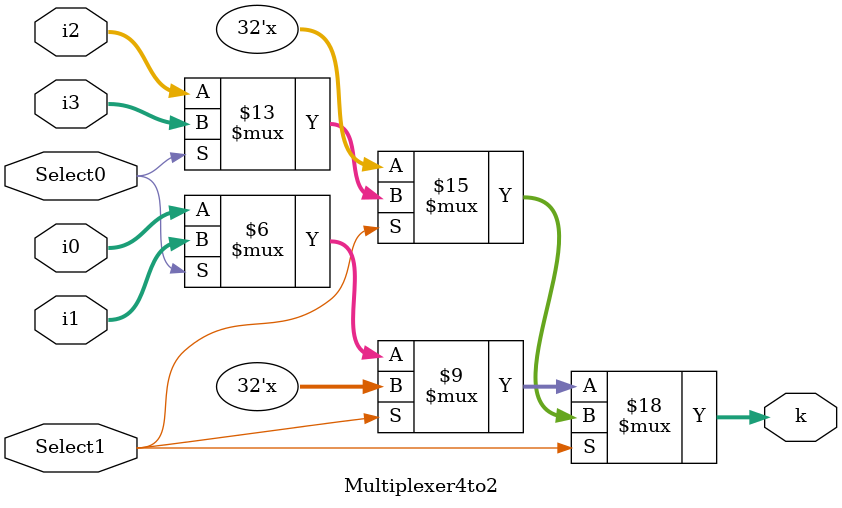
<source format=sv>
module Multiplexer4to2(k, i3, i2, i1, i0, Select1, Select0);
	input Select1, Select0;
	input wire[31:0] i3, i2, i1, i0;
	output reg[31:0] k;
	always @(i3 or i2 or i1 or i0 or Select1 or Select0)
	begin
	if (Select1 == 1)
	begin
		if (Select0 == 1)
			k = i3;
		else
			k = i2;
	end
	else
	begin
		if (Select0 == 1)
			k = i1;
		else
			k = i0;
	end
	end
endmodule

</source>
